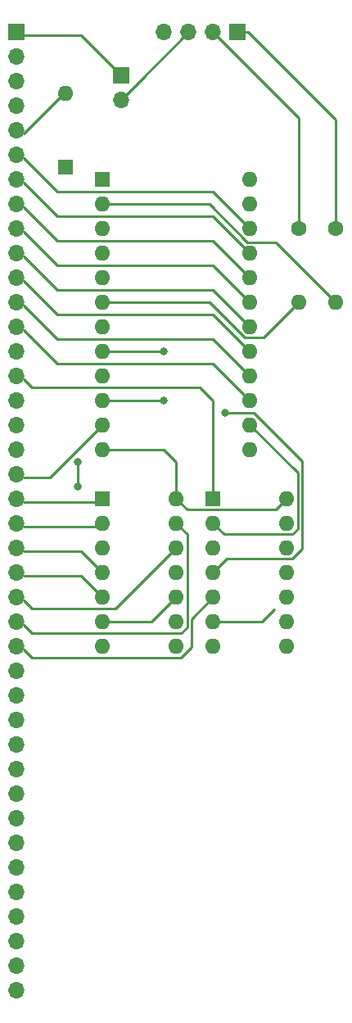
<source format=gbr>
%TF.GenerationSoftware,KiCad,Pcbnew,5.1.6-c6e7f7d~87~ubuntu18.04.1*%
%TF.CreationDate,2020-07-13T17:05:48+01:00*%
%TF.ProjectId,Serial_6850_Rev1,53657269-616c-45f3-9638-35305f526576,rev?*%
%TF.SameCoordinates,Original*%
%TF.FileFunction,Copper,L1,Top*%
%TF.FilePolarity,Positive*%
%FSLAX46Y46*%
G04 Gerber Fmt 4.6, Leading zero omitted, Abs format (unit mm)*
G04 Created by KiCad (PCBNEW 5.1.6-c6e7f7d~87~ubuntu18.04.1) date 2020-07-13 17:05:48*
%MOMM*%
%LPD*%
G01*
G04 APERTURE LIST*
%TA.AperFunction,ComponentPad*%
%ADD10O,1.700000X1.700000*%
%TD*%
%TA.AperFunction,ComponentPad*%
%ADD11R,1.700000X1.700000*%
%TD*%
%TA.AperFunction,ComponentPad*%
%ADD12O,1.600000X1.600000*%
%TD*%
%TA.AperFunction,ComponentPad*%
%ADD13R,1.600000X1.600000*%
%TD*%
%TA.AperFunction,ComponentPad*%
%ADD14C,1.600000*%
%TD*%
%TA.AperFunction,ViaPad*%
%ADD15C,0.800000*%
%TD*%
%TA.AperFunction,Conductor*%
%ADD16C,0.250000*%
%TD*%
G04 APERTURE END LIST*
D10*
%TO.P,J1,40*%
%TO.N,Net-(J1-Pad40)*%
X110490000Y-154940000D03*
%TO.P,J1,39*%
%TO.N,Net-(J1-Pad39)*%
X110490000Y-152400000D03*
%TO.P,J1,38*%
%TO.N,Net-(J1-Pad38)*%
X110490000Y-149860000D03*
%TO.P,J1,37*%
%TO.N,Net-(J1-Pad37)*%
X110490000Y-147320000D03*
%TO.P,J1,36*%
%TO.N,Net-(J1-Pad36)*%
X110490000Y-144780000D03*
%TO.P,J1,35*%
%TO.N,Net-(J1-Pad35)*%
X110490000Y-142240000D03*
%TO.P,J1,34*%
%TO.N,Net-(J1-Pad34)*%
X110490000Y-139700000D03*
%TO.P,J1,33*%
%TO.N,Net-(J1-Pad33)*%
X110490000Y-137160000D03*
%TO.P,J1,32*%
%TO.N,Net-(J1-Pad32)*%
X110490000Y-134620000D03*
%TO.P,J1,31*%
%TO.N,Net-(J1-Pad31)*%
X110490000Y-132080000D03*
%TO.P,J1,30*%
%TO.N,Net-(J1-Pad30)*%
X110490000Y-129540000D03*
%TO.P,J1,29*%
%TO.N,Net-(J1-Pad29)*%
X110490000Y-127000000D03*
%TO.P,J1,28*%
%TO.N,Net-(J1-Pad28)*%
X110490000Y-124460000D03*
%TO.P,J1,27*%
%TO.N,Net-(J1-Pad27)*%
X110490000Y-121920000D03*
%TO.P,J1,26*%
%TO.N,Net-(J1-Pad26)*%
X110490000Y-119380000D03*
%TO.P,J1,25*%
%TO.N,Net-(J1-Pad25)*%
X110490000Y-116840000D03*
%TO.P,J1,24*%
%TO.N,Net-(J1-Pad24)*%
X110490000Y-114300000D03*
%TO.P,J1,23*%
%TO.N,Net-(J1-Pad23)*%
X110490000Y-111760000D03*
%TO.P,J1,22*%
%TO.N,Net-(J1-Pad22)*%
X110490000Y-109220000D03*
%TO.P,J1,21*%
%TO.N,Net-(J1-Pad21)*%
X110490000Y-106680000D03*
%TO.P,J1,20*%
%TO.N,Net-(J1-Pad20)*%
X110490000Y-104140000D03*
%TO.P,J1,19*%
%TO.N,Net-(J1-Pad19)*%
X110490000Y-101600000D03*
%TO.P,J1,18*%
%TO.N,Net-(J1-Pad18)*%
X110490000Y-99060000D03*
%TO.P,J1,17*%
%TO.N,Net-(J1-Pad17)*%
X110490000Y-96520000D03*
%TO.P,J1,16*%
%TO.N,Net-(J1-Pad16)*%
X110490000Y-93980000D03*
%TO.P,J1,15*%
%TO.N,Net-(J1-Pad15)*%
X110490000Y-91440000D03*
%TO.P,J1,14*%
%TO.N,Net-(J1-Pad14)*%
X110490000Y-88900000D03*
%TO.P,J1,13*%
%TO.N,Net-(J1-Pad13)*%
X110490000Y-86360000D03*
%TO.P,J1,12*%
%TO.N,Net-(J1-Pad12)*%
X110490000Y-83820000D03*
%TO.P,J1,11*%
%TO.N,Net-(J1-Pad11)*%
X110490000Y-81280000D03*
%TO.P,J1,10*%
%TO.N,Net-(J1-Pad10)*%
X110490000Y-78740000D03*
%TO.P,J1,9*%
%TO.N,Net-(J1-Pad9)*%
X110490000Y-76200000D03*
%TO.P,J1,8*%
%TO.N,Net-(J1-Pad8)*%
X110490000Y-73660000D03*
%TO.P,J1,7*%
%TO.N,Net-(J1-Pad7)*%
X110490000Y-71120000D03*
%TO.P,J1,6*%
%TO.N,Net-(J1-Pad6)*%
X110490000Y-68580000D03*
%TO.P,J1,5*%
%TO.N,Net-(D1-Pad2)*%
X110490000Y-66040000D03*
%TO.P,J1,4*%
%TO.N,Net-(J1-Pad4)*%
X110490000Y-63500000D03*
%TO.P,J1,3*%
%TO.N,Net-(J1-Pad3)*%
X110490000Y-60960000D03*
%TO.P,J1,2*%
%TO.N,/GND*%
X110490000Y-58420000D03*
D11*
%TO.P,J1,1*%
%TO.N,/+5V*%
X110490000Y-55880000D03*
%TD*%
D10*
%TO.P,J2,4*%
%TO.N,/GND*%
X125730000Y-55880000D03*
%TO.P,J2,3*%
%TO.N,Net-(J2-Pad3)*%
X128270000Y-55880000D03*
%TO.P,J2,2*%
%TO.N,Net-(J2-Pad2)*%
X130810000Y-55880000D03*
D11*
%TO.P,J2,1*%
%TO.N,Net-(J2-Pad1)*%
X133350000Y-55880000D03*
%TD*%
D12*
%TO.P,U3,24*%
%TO.N,/GND*%
X134620000Y-71120000D03*
%TO.P,U3,12*%
%TO.N,/+5V*%
X119380000Y-99060000D03*
%TO.P,U3,23*%
%TO.N,/GND*%
X134620000Y-73660000D03*
%TO.P,U3,11*%
%TO.N,Net-(J1-Pad19)*%
X119380000Y-96520000D03*
%TO.P,U3,22*%
%TO.N,Net-(J1-Pad6)*%
X134620000Y-76200000D03*
%TO.P,U3,10*%
%TO.N,CS1*%
X119380000Y-93980000D03*
%TO.P,U3,21*%
%TO.N,Net-(J1-Pad7)*%
X134620000Y-78740000D03*
%TO.P,U3,9*%
%TO.N,CS2*%
X119380000Y-91440000D03*
%TO.P,U3,20*%
%TO.N,Net-(J1-Pad8)*%
X134620000Y-81280000D03*
%TO.P,U3,8*%
%TO.N,CS0*%
X119380000Y-88900000D03*
%TO.P,U3,19*%
%TO.N,Net-(J1-Pad9)*%
X134620000Y-83820000D03*
%TO.P,U3,7*%
%TO.N,Net-(D1-Pad1)*%
X119380000Y-86360000D03*
%TO.P,U3,18*%
%TO.N,Net-(J1-Pad10)*%
X134620000Y-86360000D03*
%TO.P,U3,6*%
%TO.N,Net-(R2-Pad2)*%
X119380000Y-83820000D03*
%TO.P,U3,17*%
%TO.N,Net-(J1-Pad11)*%
X134620000Y-88900000D03*
%TO.P,U3,5*%
%TO.N,Net-(U3-Pad5)*%
X119380000Y-81280000D03*
%TO.P,U3,16*%
%TO.N,Net-(J1-Pad12)*%
X134620000Y-91440000D03*
%TO.P,U3,4*%
%TO.N,Net-(J1-Pad3)*%
X119380000Y-78740000D03*
%TO.P,U3,15*%
%TO.N,Net-(J1-Pad13)*%
X134620000Y-93980000D03*
%TO.P,U3,3*%
%TO.N,Net-(J1-Pad3)*%
X119380000Y-76200000D03*
%TO.P,U3,14*%
%TO.N,Net-(U1-Pad2)*%
X134620000Y-96520000D03*
%TO.P,U3,2*%
%TO.N,Net-(R1-Pad2)*%
X119380000Y-73660000D03*
%TO.P,U3,13*%
%TO.N,Net-(J1-Pad17)*%
X134620000Y-99060000D03*
D13*
%TO.P,U3,1*%
%TO.N,/GND*%
X119380000Y-71120000D03*
%TD*%
D12*
%TO.P,U2,14*%
%TO.N,/+5V*%
X127000000Y-104140000D03*
%TO.P,U2,7*%
%TO.N,/GND*%
X119380000Y-119380000D03*
%TO.P,U2,13*%
%TO.N,Net-(J1-Pad25)*%
X127000000Y-106680000D03*
%TO.P,U2,6*%
%TO.N,Net-(U2-Pad10)*%
X119380000Y-116840000D03*
%TO.P,U2,12*%
%TO.N,Net-(J1-Pad24)*%
X127000000Y-109220000D03*
%TO.P,U2,5*%
%TO.N,Net-(J1-Pad23)*%
X119380000Y-114300000D03*
%TO.P,U2,11*%
%TO.N,Net-(U1-Pad3)*%
X127000000Y-111760000D03*
%TO.P,U2,4*%
%TO.N,Net-(J1-Pad22)*%
X119380000Y-111760000D03*
%TO.P,U2,10*%
%TO.N,Net-(U2-Pad10)*%
X127000000Y-114300000D03*
%TO.P,U2,3*%
%TO.N,Net-(U2-Pad3)*%
X119380000Y-109220000D03*
%TO.P,U2,9*%
X127000000Y-116840000D03*
%TO.P,U2,2*%
%TO.N,Net-(J1-Pad21)*%
X119380000Y-106680000D03*
%TO.P,U2,8*%
%TO.N,CS2*%
X127000000Y-119380000D03*
D13*
%TO.P,U2,1*%
%TO.N,Net-(J1-Pad20)*%
X119380000Y-104140000D03*
%TD*%
D12*
%TO.P,U1,14*%
%TO.N,/+5V*%
X138430000Y-104140000D03*
%TO.P,U1,7*%
%TO.N,/GND*%
X130810000Y-119380000D03*
%TO.P,U1,13*%
%TO.N,N/C*%
X138430000Y-106680000D03*
%TO.P,U1,6*%
%TO.N,CS0*%
X130810000Y-116840000D03*
%TO.P,U1,12*%
%TO.N,N/C*%
X138430000Y-109220000D03*
%TO.P,U1,5*%
%TO.N,Net-(J1-Pad26)*%
X130810000Y-114300000D03*
%TO.P,U1,11*%
%TO.N,N/C*%
X138430000Y-111760000D03*
%TO.P,U1,4*%
%TO.N,CS1*%
X130810000Y-111760000D03*
%TO.P,U1,10*%
%TO.N,N/C*%
X138430000Y-114300000D03*
%TO.P,U1,3*%
%TO.N,Net-(U1-Pad3)*%
X130810000Y-109220000D03*
%TO.P,U1,9*%
%TO.N,N/C*%
X138430000Y-116840000D03*
%TO.P,U1,2*%
%TO.N,Net-(U1-Pad2)*%
X130810000Y-106680000D03*
%TO.P,U1,8*%
%TO.N,N/C*%
X138430000Y-119380000D03*
D13*
%TO.P,U1,1*%
%TO.N,Net-(J1-Pad15)*%
X130810000Y-104140000D03*
%TD*%
D12*
%TO.P,R2,2*%
%TO.N,Net-(R2-Pad2)*%
X139700000Y-83820000D03*
D14*
%TO.P,R2,1*%
%TO.N,Net-(J2-Pad2)*%
X139700000Y-76200000D03*
%TD*%
D12*
%TO.P,R1,2*%
%TO.N,Net-(R1-Pad2)*%
X143510000Y-83820000D03*
D14*
%TO.P,R1,1*%
%TO.N,Net-(J2-Pad1)*%
X143510000Y-76200000D03*
%TD*%
D10*
%TO.P,JP1,2*%
%TO.N,Net-(J2-Pad3)*%
X121285000Y-62865000D03*
D11*
%TO.P,JP1,1*%
%TO.N,/+5V*%
X121285000Y-60325000D03*
%TD*%
D12*
%TO.P,D1,2*%
%TO.N,Net-(D1-Pad2)*%
X115570000Y-62230000D03*
D13*
%TO.P,D1,1*%
%TO.N,Net-(D1-Pad1)*%
X115570000Y-69850000D03*
%TD*%
D15*
%TO.N,CS0*%
X125730000Y-88900000D03*
%TO.N,CS1*%
X132080000Y-95250000D03*
X125730000Y-93980000D03*
%TO.N,CS2*%
X116840000Y-100330000D03*
X116840000Y-102870000D03*
%TD*%
D16*
%TO.N,Net-(D1-Pad2)*%
X115395000Y-62230000D02*
X115570000Y-62230000D01*
X111240000Y-66385000D02*
X115395000Y-62230000D01*
%TO.N,Net-(J1-Pad26)*%
X127470003Y-120574999D02*
X128575011Y-119469991D01*
X111240000Y-119725000D02*
X112089999Y-120574999D01*
X112089999Y-120574999D02*
X127470003Y-120574999D01*
X128575011Y-116534989D02*
X130810000Y-114300000D01*
X128575011Y-119469991D02*
X128575011Y-116534989D01*
%TO.N,Net-(J1-Pad25)*%
X127470003Y-118034999D02*
X128125001Y-117380001D01*
X128125001Y-117380001D02*
X128125001Y-107805001D01*
X112089999Y-118034999D02*
X127470003Y-118034999D01*
X128125001Y-107805001D02*
X127000000Y-106680000D01*
X111240000Y-117185000D02*
X112089999Y-118034999D01*
%TO.N,Net-(J1-Pad24)*%
X120725001Y-115494999D02*
X127000000Y-109220000D01*
X112089999Y-115494999D02*
X120725001Y-115494999D01*
X111240000Y-114645000D02*
X112089999Y-115494999D01*
%TO.N,Net-(J1-Pad23)*%
X117185000Y-112105000D02*
X119380000Y-114300000D01*
X111240000Y-112105000D02*
X117185000Y-112105000D01*
%TO.N,Net-(J1-Pad22)*%
X117185000Y-109565000D02*
X119380000Y-111760000D01*
X111240000Y-109565000D02*
X117185000Y-109565000D01*
%TO.N,Net-(J1-Pad21)*%
X119035000Y-107025000D02*
X119380000Y-106680000D01*
X111240000Y-107025000D02*
X119035000Y-107025000D01*
%TO.N,Net-(J1-Pad20)*%
X119035000Y-104485000D02*
X119380000Y-104140000D01*
X111240000Y-104485000D02*
X119035000Y-104485000D01*
%TO.N,Net-(J1-Pad19)*%
X113955000Y-101945000D02*
X119380000Y-96520000D01*
X111240000Y-101945000D02*
X113955000Y-101945000D01*
%TO.N,Net-(J1-Pad15)*%
X112089999Y-92634999D02*
X129464999Y-92634999D01*
X111240000Y-91785000D02*
X112089999Y-92634999D01*
X130810000Y-93980000D02*
X130810000Y-104140000D01*
X129464999Y-92634999D02*
X130810000Y-93980000D01*
%TO.N,Net-(J1-Pad13)*%
X111240000Y-86705000D02*
X114705000Y-90170000D01*
X130810000Y-90170000D02*
X134620000Y-93980000D01*
X114705000Y-90170000D02*
X130810000Y-90170000D01*
%TO.N,Net-(J1-Pad12)*%
X111240000Y-84165000D02*
X114705000Y-87630000D01*
X130810000Y-87630000D02*
X134620000Y-91440000D01*
X114705000Y-87630000D02*
X130810000Y-87630000D01*
%TO.N,Net-(J1-Pad11)*%
X130810000Y-85090000D02*
X134620000Y-88900000D01*
X111240000Y-81625000D02*
X114705000Y-85090000D01*
X114705000Y-85090000D02*
X130810000Y-85090000D01*
%TO.N,Net-(J1-Pad10)*%
X130810000Y-82550000D02*
X134620000Y-86360000D01*
X111240000Y-79085000D02*
X114705000Y-82550000D01*
X114705000Y-82550000D02*
X130810000Y-82550000D01*
%TO.N,Net-(J1-Pad9)*%
X111240000Y-76545000D02*
X114705000Y-80010000D01*
X130810000Y-80010000D02*
X134620000Y-83820000D01*
X114705000Y-80010000D02*
X130810000Y-80010000D01*
%TO.N,Net-(J1-Pad8)*%
X111240000Y-74005000D02*
X114705000Y-77470000D01*
X130810000Y-77470000D02*
X134620000Y-81280000D01*
X114705000Y-77470000D02*
X130810000Y-77470000D01*
%TO.N,Net-(J1-Pad7)*%
X111240000Y-71465000D02*
X114705000Y-74930000D01*
X130810000Y-74930000D02*
X134620000Y-78740000D01*
X114705000Y-74930000D02*
X130810000Y-74930000D01*
%TO.N,Net-(J1-Pad6)*%
X111240000Y-68925000D02*
X114705000Y-72390000D01*
X130810000Y-72390000D02*
X134620000Y-76200000D01*
X114705000Y-72390000D02*
X130810000Y-72390000D01*
%TO.N,Net-(J2-Pad3)*%
X121285000Y-62865000D02*
X123825000Y-60325000D01*
X121285000Y-62865000D02*
X128270000Y-55880000D01*
%TO.N,Net-(J2-Pad2)*%
X130810000Y-56515000D02*
X131445000Y-55880000D01*
X139700000Y-64770000D02*
X139700000Y-76200000D01*
X130810000Y-55880000D02*
X139700000Y-64770000D01*
%TO.N,Net-(J2-Pad1)*%
X134450000Y-55880000D02*
X143510000Y-64940000D01*
X143510000Y-64940000D02*
X143510000Y-76200000D01*
X133350000Y-55880000D02*
X134450000Y-55880000D01*
%TO.N,Net-(R1-Pad2)*%
X137304999Y-77614999D02*
X143510000Y-83820000D01*
X134369997Y-77614999D02*
X137304999Y-77614999D01*
X130414998Y-73660000D02*
X134369997Y-77614999D01*
X119380000Y-73660000D02*
X130414998Y-73660000D01*
%TO.N,Net-(R2-Pad2)*%
X136034999Y-87485001D02*
X139700000Y-83820000D01*
X134079999Y-87485001D02*
X136034999Y-87485001D01*
X130414998Y-83820000D02*
X134079999Y-87485001D01*
X119380000Y-83820000D02*
X130414998Y-83820000D01*
%TO.N,CS0*%
X137160000Y-115570000D02*
X135890000Y-116840000D01*
X135890000Y-116840000D02*
X130810000Y-116840000D01*
X125730000Y-88900000D02*
X119380000Y-88900000D01*
%TO.N,CS1*%
X132224999Y-110345001D02*
X138970001Y-110345001D01*
X130810000Y-111760000D02*
X132224999Y-110345001D01*
X138970001Y-110345001D02*
X140005010Y-109309992D01*
X140005010Y-109309992D02*
X140005010Y-100240008D01*
X140005010Y-100240008D02*
X135015002Y-95250000D01*
X135015002Y-95250000D02*
X132080000Y-95250000D01*
X125730000Y-93980000D02*
X119380000Y-93980000D01*
%TO.N,Net-(U1-Pad2)*%
X139555001Y-107220001D02*
X139555001Y-101455001D01*
X139555001Y-101455001D02*
X134620000Y-96520000D01*
X131935001Y-107805001D02*
X138970001Y-107805001D01*
X138970001Y-107805001D02*
X139555001Y-107220001D01*
X130810000Y-106680000D02*
X131935001Y-107805001D01*
%TO.N,Net-(U2-Pad10)*%
X124460000Y-116840000D02*
X127000000Y-114300000D01*
X119380000Y-116840000D02*
X124460000Y-116840000D01*
%TO.N,CS2*%
X116840000Y-100330000D02*
X116840000Y-102870000D01*
%TO.N,/+5V*%
X127000000Y-104140000D02*
X127000000Y-100330000D01*
X125730000Y-99060000D02*
X119380000Y-99060000D01*
X127000000Y-100330000D02*
X125730000Y-99060000D01*
X137304999Y-105265001D02*
X138430000Y-104140000D01*
X128125001Y-105265001D02*
X137304999Y-105265001D01*
X127000000Y-104140000D02*
X128125001Y-105265001D01*
X117185000Y-56225000D02*
X121285000Y-60325000D01*
X111240000Y-56225000D02*
X117185000Y-56225000D01*
%TD*%
M02*

</source>
